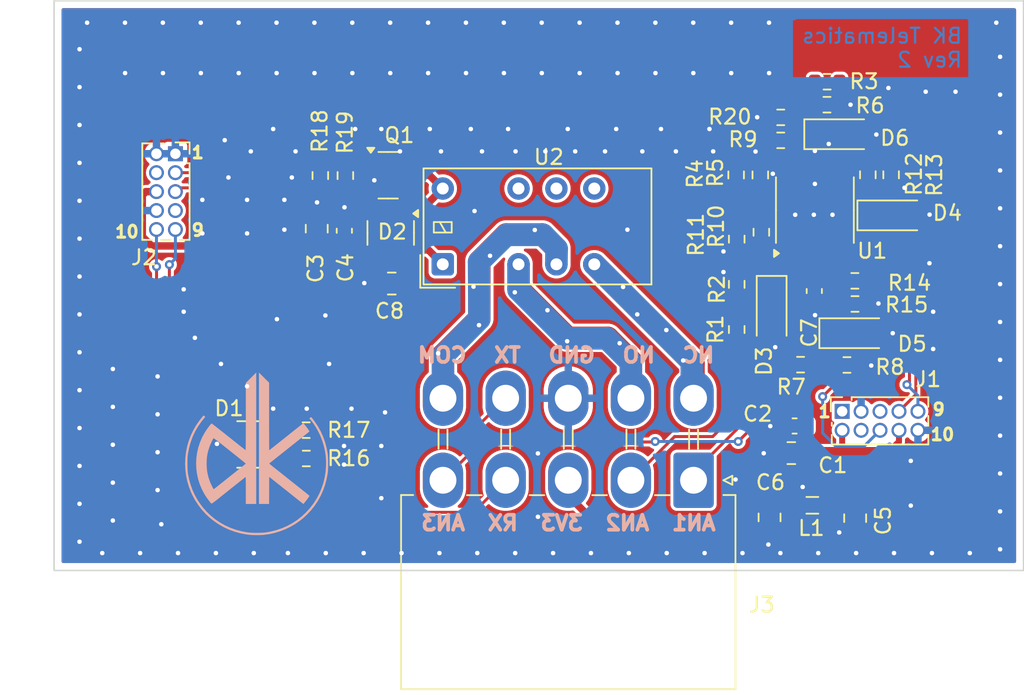
<source format=kicad_pcb>
(kicad_pcb (version 20240706) (generator "pcbnew") (generator_version "8.99")
  (layers (0 "F.Cu" signal) (31 "B.Cu" signal) (34 "B.Paste" user) (35 "F.Paste" user) (36 "B.SilkS" user "B.Silkscreen") (37 "F.SilkS" user "F.Silkscreen") (38 "B.Mask" user) (39 "F.Mask" user) (44 "Edge.Cuts" user))
  (net 0 "")
  (net 1 "GND")
  (net 2 "VSYS")
  (net 3 "+3.3V")
  (net 4 "+3.3V_OUT")
  (net 5 "/PB3{slash}UTXD1")
  (net 6 "/PB2{slash}URXD1")
  (net 7 "Net-(D2-A)")
  (net 8 "Net-(D3-K)")
  (net 9 "Net-(D4-K)")
  (net 10 "Net-(D5-K)")
  (net 11 "Net-(D6-K)")
  (net 13 "/AD3{slash}PA20")
  (net 14 "/AD1{slash}PA18")
  (net 15 "/AD2{slash}PA19")
  (net 16 "/ERASE")
  (net 18 "/AD0{slash}PA17")
  (net 19 "/PA15")
  (net 20 "/PA16")
  (net 21 "EXT_PWR")
  (net 22 "/NC2")
  (net 23 "/ANALOG2")
  (net 24 "/NO2")
  (net 25 "/COM2")
  (net 26 "/ANALOG3")
  (net 27 "/ANALOG1")
  (net 28 "/RX")
  (net 29 "/TX")
  (net 30 "Net-(Q1-B)")
  (net 31 "Net-(U1D--)")
  (net 32 "Net-(U1A--)")
  (net 33 "Net-(U1C--)")
  (net 34 "Net-(U1B--)")
  (net 35 "/NC1")
  (net 36 "/COM1")
  (net 37 "/NO1")
  (net 38 "/ANALOG4")
  (footprint "Capacitor_SMD:C_0805_2012Metric" (layer "F.Cu") (at 143.99 115.98 180)
    (property "Reference" "C1")
    (property "Value" "4.7uF")
  )
  (footprint "Capacitor_SMD:C_0805_2012Metric" (layer "F.Cu") (at 112.17 100.93 90)
    (property "Reference" "C3")
    (property "Value" "4.7uF")
  )
  (footprint "Resistor_SMD:R_0603_1608Metric" (layer "F.Cu") (at 149.12 97.32 90)
    (property "Reference" "R12")
    (property "Value" "TBD")
  )
  (footprint "Diode_SMD:D_SOD-123" (layer "F.Cu") (at 150.78 100.04)
    (property "Reference" "D4")
    (property "Value" "MMSZ4685T1G")
  )
  (footprint "Package_TO_SOT_SMD:SOT-23-3" (layer "F.Cu") (at 117.13 101.2175 -90)
    (property "Reference" "D2")
    (property "Value" "D_Schottky_Small")
  )
  (footprint "Resistor_SMD:R_0603_1608Metric" (layer "F.Cu") (at 140.33 107.695 90)
    (property "Reference" "R1")
    (property "Value" "TBD")
  )
  (footprint "Package_SO:TSSOP-14_4.4x5mm_P0.65mm" (layer "F.Cu") (at 145.57 99.6875 90)
    (property "Reference" "U1")
    (property "Value" "LMV324")
  )
  (footprint "Inductor_SMD:L_0805_2012Metric" (layer "F.Cu") (at 145.4 119.48 180)
    (property "Reference" "L1")
    (property "Value" "10u")
  )
  (footprint "Resistor_SMD:R_0603_1608Metric" (layer "F.Cu") (at 140.29 97.33 -90)
    (property "Reference" "R4")
    (property "Value" "TBD")
  )
  (footprint "Resistor_SMD:R_0603_1608Metric" (layer "F.Cu") (at 114.09 97.37 90)
    (property "Reference" "R19")
    (property "Value" "10K")
  )
  (footprint "Resistor_SMD:R_0603_1608Metric" (layer "F.Cu") (at 143.28 93.47 180)
    (property "Reference" "R20")
    (property "Value" "10K")
  )
  (footprint "Diode_SMD:D_SOD-123" (layer "F.Cu") (at 142.67 106.46 -90)
    (property "Reference" "D3")
    (property "Value" "MMSZ4685T1G")
  )
  (footprint "Resistor_SMD:R_0603_1608Metric" (layer "F.Cu") (at 140.33 104.665 90)
    (property "Reference" "R2")
    (property "Value" "TBD")
  )
  (footprint "Resistor_SMD:R_0603_1608Metric" (layer "F.Cu") (at 146.38 92.62)
    (property "Reference" "R6")
    (property "Value" "10K")
  )
  (footprint "Resistor_SMD:R_0603_1608Metric" (layer "F.Cu") (at 140.33 101.635 -90)
    (property "Reference" "R11")
    (property "Value" "TBD")
  )
  (footprint "Resistor_SMD:R_0603_1608Metric" (layer "F.Cu") (at 111.46 114.44)
    (property "Reference" "R17")
    (property "Value" "10R")
  )
  (footprint "Capacitor_SMD:C_0805_2012Metric" (layer "F.Cu") (at 142.53 120.29 -90)
    (property "Reference" "C6")
    (property "Value" "10u")
  )
  (footprint "Package_TO_SOT_SMD:SOT-23" (layer "F.Cu") (at 116.9575 97.35)
    (property "Reference" "Q1")
    (property "Value" "MMBT6427")
  )
  (footprint "Resistor_SMD:R_0603_1608Metric" (layer "F.Cu") (at 141.91 97.33 90)
    (property "Reference" "R5")
    (property "Value" "TBD")
  )
  (footprint "Resistor_SMD:R_0603_1608Metric" (layer "F.Cu") (at 112.41 97.37 -90)
    (property "Reference" "R18")
    (property "Value" "1K")
  )
  (footprint "Resistor_SMD:R_0603_1608Metric" (layer "F.Cu") (at 148.26 105.98)
    (property "Reference" "R15")
    (property "Value" "TBD")
  )
  (footprint "Resistor_SMD:R_0603_1608Metric" (layer "F.Cu") (at 150.68 97.32 -90)
    (property "Reference" "R13")
    (property "Value" "TBD")
  )
  (footprint "Resistor_SMD:R_0603_1608Metric" (layer "F.Cu") (at 143.28 95.01)
    (property "Reference" "R9")
    (property "Value" "10K")
  )
  (footprint "Capacitor_SMD:C_0603_1608Metric" (layer "F.Cu") (at 114.02 101.07 90)
    (property "Reference" "C4")
    (property "Value" "100nF")
  )
  (footprint "Capacitor_SMD:C_0805_2012Metric" (layer "F.Cu") (at 117.2 104.61 180)
    (property "Reference" "C8")
    (property "Value" "10uF")
  )
  (footprint "Capacitor_SMD:C_0603_1608Metric" (layer "F.Cu") (at 145.53 105.1125 -90)
    (property "Reference" "C7")
    (property "Value" "100nF")
  )
  (footprint "Resistor_SMD:R_0603_1608Metric" (layer "F.Cu") (at 147.72 110.07)
    (property "Reference" "R8")
    (property "Value" "TBD")
  )
  (footprint "Capacitor_SMD:C_0805_2012Metric" (layer "F.Cu") (at 148.27 120.34 -90)
    (property "Reference" "C5")
    (property "Value" "10u")
  )
  (footprint "Resistor_SMD:R_0603_1608Metric" (layer "F.Cu") (at 111.47 116.34)
    (property "Reference" "R16")
    (property "Value" "10R")
  )
  (footprint "Connector_PinSocket_1.27mm:PinSocket_2x05_P1.27mm_Vertical" (layer "F.Cu") (at 102.694 95.908)
    (property "Reference" "J2")
    (property "Value" "Header pin 2x5 1.27mm T.H.")
  )
  (footprint "Resistor_SMD:R_0603_1608Metric" (layer "F.Cu") (at 141.98 101.17 -90)
    (property "Reference" "R10")
    (property "Value" "TBD")
  )
  (footprint "Resistor_SMD:R_0603_1608Metric" (layer "F.Cu") (at 148.25 104.43 180)
    (property "Reference" "R14")
    (property "Value" "TBD")
  )
  (footprint "My Footprints:Relay_DPDT_Panasonic_TX2-4.5V" (layer "F.Cu") (at 120.62 103.32 90)
    (property "Reference" "U2")
    (property "Value" "PANASONIC_TX2-4.5V_RELAY")
  )
  (footprint "Resistor_SMD:R_0603_1608Metric" (layer "F.Cu") (at 146.39 91.08 180)
    (property "Reference" "R3")
    (property "Value" "10K")
  )
  (footprint "Connector_Molex:Molex_Mini-Fit_Jr_5569-10A2_2x05_P4.20mm_Horizontal" (layer "F.Cu") (at 137.435 117.8 180)
    (property "Reference" "J3")
    (property "Value" "Conn_02x05_Counter_Clockwise")
  )
  (footprint "Connector_PinSocket_1.27mm:PinSocket_2x05_P1.27mm_Vertical" (layer "F.Cu") (at 147.399 113.18 90)
    (property "Reference" "J1")
    (property "Value" "Header pin 2x5 1.27mm T.H.")
  )
  (footprint "Package_TO_SOT_SMD:SOT-23-3" (layer "F.Cu") (at 107.6375 115.4 180)
    (property "Reference" "D1")
    (property "Value" "ESDA5V3L")
  )
  (footprint "Capacitor_SMD:C_0603_1608Metric" (layer "F.Cu") (at 144.21 114.16 180)
    (property "Reference" "C2")
    (property "Value" "100nF")
  )
  (footprint "Resistor_SMD:R_0603_1608Metric" (layer "F.Cu") (at 144.61 110.05)
    (property "Reference" "R7")
    (property "Value" "TBD")
  )
  (footprint "Diode_SMD:D_SOD-123" (layer "F.Cu") (at 148.23 107.94)
    (property "Reference" "D5")
    (property "Value" "MMSZ4685T1G")
  )
  (footprint "Diode_SMD:D_SOD-123" (layer "F.Cu") (at 147.22 94.6)
    (property "Reference" "D6")
    (property "Value" "MMSZ4685T1G")
  )
  (footprint "My Footprints:bk_logo_10mm" (layer "B.Cu") (at 108.1125 116.05 180)
    (property "Reference" "G***" (hide yes))
    (property "Value" "LOGO" (hide yes))
  )
  (gr_rect (start 94.56 85.65) (end 159.56 123.85) (stroke (width 0.1)) (fill none) (layer "Edge.Cuts"))
  (gr_text "BK Telematics\nRev 2" (at 155.53 90.2 0) (layer "B.Cu") (effects (font (size 1 1)) (justify left bottom mirror)))
  (gr_text "COM\n" (at 122.34 110 0) (layer "B.SilkS") (effects (font (size 1 1) (thickness 0.25) (bold yes)) (justify left bottom mirror)))
  (gr_text "TX\n" (at 125.980596 110 0) (layer "B.SilkS") (effects (font (size 1 1) (thickness 0.25) (bold yes)) (justify left bottom mirror)))
  (gr_text "NO\n" (at 134.976072 110 0) (layer "B.SilkS") (effects (font (size 1 1) (thickness 0.25) (bold yes)) (justify left bottom mirror)))
  (gr_text "3V3" (at 130.14 121.25 0) (layer "B.SilkS") (effects (font (size 1 1) (thickness 0.25) (bold yes)) (justify left bottom mirror)))
  (gr_text "AN3" (at 122.24 121.25 0) (layer "B.SilkS") (effects (font (size 1 1) (thickness 0.25) (bold yes)) (justify left bottom mirror)))
  (gr_text "AN1\n" (at 139.04 121.25 0) (layer "B.SilkS") (effects (font (size 1 1) (thickness 0.25) (bold yes)) (justify left bottom mirror)))
  (gr_text "NC" (at 138.95 110 0) (layer "B.SilkS") (effects (font (size 1 1) (thickness 0.25) (bold yes)) (justify left bottom mirror)))
  (gr_text "RX" (at 125.785238 121.25 0) (layer "B.SilkS") (effects (font (size 1 1) (thickness 0.25) (bold yes)) (justify left bottom mirror)))
  (gr_text "GND" (at 130.954524 110 0) (layer "B.SilkS") (effects (font (size 1 1) (thickness 0.25) (bold yes)) (justify left bottom mirror)))
  (gr_text "AN2" (at 134.59 121.25 0) (layer "B.SilkS") (effects (font (size 1 1) (thickness 0.25) (bold yes)) (justify left bottom mirror)))
  (gr_text "1" (at 103.68 96.3 0) (layer "F.SilkS") (effects (font (size 0.8 0.8) (thickness 0.2) (bold yes)) (justify left bottom)))
  (gr_text "9\n" (at 153.36 113.52 0) (layer "F.SilkS") (effects (font (size 0.8 0.8) (thickness 0.2) (bold yes)) (justify left bottom)))
  (gr_text "10\n" (at 98.55 101.61 0) (layer "F.SilkS") (effects (font (size 0.8 0.8) (thickness 0.2) (bold yes)) (justify left bottom)))
  (gr_text "1\n" (at 145.71 113.66 0) (layer "F.SilkS") (effects (font (size 0.8 0.8) (thickness 0.2) (bold yes)) (justify left bottom)))
  (gr_text "9\n" (at 103.68 101.5 0) (layer "F.SilkS") (effects (font (size 0.8 0.8) (thickness 0.2) (bold yes)) (justify left bottom)))
  (gr_text "10\n" (at 153.23 115.2 0) (layer "F.SilkS") (effects (font (size 0.8 0.8) (thickness 0.2) (bold yes)) (justify left bottom)))
  (segment (start 116.25 104.61) (end 115.39 104.61) (width 0.5) (layer "F.Cu") (net 1))
  (segment (start 149.67 94.6) (end 148.87 94.6) (width 0.2) (layer "F.Cu") (net 1))
  (segment (start 139.4 102.46) (end 140.33 102.46) (width 0.2) (layer "F.Cu") (net 1))
  (segment (start 150.79 107.94) (end 149.88 107.94) (width 0.2) (layer "F.Cu") (net 1))
  (segment (start 142.26132 93.25632) (end 142.475 93.47) (width 0.2) (layer "F.Cu") (net 1))
  (segment (start 149.69 94.62) (end 149.67 94.6) (width 0.2) (layer "F.Cu") (net 1))
  (segment (start 112.19 99.17) (end 112.19 99.96) (width 0.5) (layer "F.Cu") (net 1))
  (segment (start 153.26 99.99) (end 152.48 99.99) (width 0.2) (layer "F.Cu") (net 1))
  (segment (start 142.445 93.46) (end 142.455 93.47) (width 0.2) (layer "F.Cu") (net 1))
  (segment (start 115.39 104.61) (end 115.36 104.58) (width 0.4) (layer "F.Cu") (net 1))
  (segment (start 151.58 98.19) (end 150.725 98.19) (width 0.2) (layer "F.Cu") (net 1))
  (segment (start 145.58 106.08375) (end 145.58 106.73) (width 0.4) (layer "F.Cu") (net 1))
  (segment (start 149.83 105.95) (end 149.275 105.95) (width 0.2) (layer "F.Cu") (net 1))
  (segment (start 141.7 93.46) (end 142.445 93.46) (width 0.2) (layer "F.Cu") (net 1))
  (segment (start 139.44 103.84) (end 140.33 103.84) (width 0.2) (layer "F.Cu") (net 1))
  (segment (start 150.725 98.19) (end 150.68 98.145) (width 0.2) (layer "F.Cu") (net 1))
  (segment (start 148.87 94.41) (end 148.87 94.6) (width 0.2) (layer "F.Cu") (net 1))
  (segment (start 116.03 98.29) (end 116.02 98.3) (width 0.5) (layer "F.Cu") (net 1))
  (segment (start 106.46 115.36) (end 106.5 115.4) (width 0.2) (layer "F.Cu") (net 1))
  (segment (start 152.48 99.99) (end 152.43 100.04) (width 0.2) (layer "F.Cu") (net 1))
  (segment (start 112.19 99.96) (end 112.17 99.98) (width 0.5) (layer "F.Cu") (net 1))
  (segment (start 145.57 97.93) (end 145.57 96.825) (width 0.4) (layer "F.Cu") (net 1))
  (segment (start 114.03 100.285) (end 114.02 100.295) (width 0.5) (layer "F.Cu") (net 1))
  (segment (start 114.03 99.5) (end 114.03 100.285) (width 0.5) (layer "F.Cu") (net 1))
  (segment (start 149.275 105.95) (end 149.265 105.96) (width 0.2) (layer "F.Cu") (net 1))
  (segment (start 116.03 97.69) (end 116.03 98.29) (width 0.5) (layer "F.Cu") (net 1))
  (segment (start 141.59 95.76) (end 141.59 96.185) (width 0.2) (layer "F.Cu") (net 1))
  (segment (start 147.96 92.62) (end 147.205 92.62) (width 0.2) (layer "F.Cu") (net 1))
  (segment (start 141.59 96.185) (end 141.91 96.505) (width 0.2) (layer "F.Cu") (net 1))
  (segment (start 105.48 115.36) (end 106.46 115.36) (width 0.2) (layer "F.Cu") (net 1))
  (segment (start 145.57 95.72) (end 145.57 96.825) (width 0.4) (layer "F.Cu") (net 1))
  (via (at 134.874 87.122) (size 0.6) (drill 0.3) (layers "F.Cu" "B.Cu") (net 1))
  (via (at 129 94.25) (size 0.6) (drill 0.3) (layers "F.Cu" "B.Cu") (net 1))
  (via (at 146.75 100) (size 0.6) (drill 0.3) (layers "F.Cu" "B.Cu") (net 1))
  (via (at 127.5 95.75) (size 0.6) (drill 0.3) (layers "F.Cu" "B.Cu") (net 1))
  (via (at 115.36 104.58) (size 0.6) (drill 0.3) (layers "F.Cu" "B.Cu") (net 1))
  (via (at 112.75 106.75) (size 0.6) (drill 0.3) (layers "F.Cu" "B.Cu") (net 1))
  (via (at 133.096 122.682) (size 0.6) (drill 0.3) (layers "F.Cu" "B.Cu") (net 1))
  (via (at 153.416 122.682) (size 0.6) (drill 0.3) (layers "F.Cu" "B.Cu") (net 1))
  (via (at 152 119.5) (size 0.6) (drill 0.3) (layers "F.Cu" "B.Cu") (net 1))
  (via (at 139.954 87.122) (size 0.6) (drill 0.3) (layers "F.Cu" "B.Cu") (net 1))
  (via (at 112.776 122.682) (size 0.6) (drill 0.3) (layers "F.Cu" "B.Cu") (net 1))
  (via (at 106.94 90.5) (size 0.6) (drill 0.3) (layers "F.Cu" "B.Cu") (net 1))
  (via (at 147.96 92.62) (size 0.6) (drill 0.3) (layers "F.Cu" "B.Cu") (net 1))
  (via (at 157.988 89.408) (size 0.6) (drill 0.3) (layers "F.Cu" "B.Cu") (net 1))
  (via (at 155.956 122.682) (size 0.6) (drill 0.3) (layers "F.Cu" "B.Cu") (net 1))
  (via (at 117.856 122.682) (size 0.6) (drill 0.3) (layers "F.Cu" "B.Cu") (net 1))
  (via (at 119.64 90.5) (size 0.6) (drill 0.3) (layers "F.Cu" "B.Cu") (net 1))
  (via (at 149.69 94.62) (size 0.6) (drill 0.3) (layers "F.Cu" "B.Cu") (net 1))
  (via (at 105.75 110) (size 0.6) (drill 0.3) (layers "F.Cu" "B.Cu") (net 1))
  (via (at 150.5 91.5) (size 0.6) (drill 0.3) (layers "F.Cu" "B.Cu") (net 1))
  (via (at 145.57 97.93) (size 0.6) (drill 0.3) (layers "F.Cu" "B.Cu") (net 1))
  (via (at 101.86 90.5) (size 0.6) (drill 0.3) (layers "F.Cu" "B.Cu") (net 1))
  (via (at 114.554 87.122) (size 0.6) (drill 0.3) (layers "F.Cu" "B.Cu") (net 1))
  (via (at 144.75 118.25) (size 0.6) (drill 0.3) (layers "F.Cu" "B.Cu") (net 1))
  (via (at 112.02 90.5) (size 0.6) (drill 0.3) (layers "F.Cu" "B.Cu") (net 1))
  (via (at 125.5 95.75) (size 0.6) (drill 0.3) (layers "F.Cu" "B.Cu") (net 1))
  (via (at 149.83 105.95) (size 0.6) (drill 0.3) (layers "F.Cu" "B.Cu") (net 1))
  (via (at 96.266 119.38) (size 0.6) (drill 0.3) (layers "F.Cu" "B.Cu") (net 1))
  (via (at 119.634 87.122) (size 0.6) (drill 0.3) (layers "F.Cu" "B.Cu") (net 1))
  (via (at 124.72 90.5) (size 0.6) (drill 0.3) (layers "F.Cu" "B.Cu") (net 1))
  (via (at 153.5 106.5) (size 0.6) (drill 0.3) (layers "F.Cu" "B.Cu") (net 1))
  (via (at 145.796 122.682) (size 0.6) (drill 0.3) (layers "F.Cu" "B.Cu") (net 1))
  (via (at 96.266 116.84) (size 0.6) (drill 0.3) (layers "F.Cu" "B.Cu") (net 1))
  (via (at 98.5 115.42) (size 0.6) (drill 0.3) (layers "F.Cu" "B.Cu") (net 1))
  (via (at 110 99) (size 0.6) (drill 0.3) (layers "F.Cu" "B.Cu") (net 1))
  (via (at 122.936 122.682) (size 0.6) (drill 0.3) (layers "F.Cu" "B.Cu") (net 1))
  (via (at 142.58 114.17) (size 0.6) (drill 0.3) (layers "F.Cu" "B.Cu") (net 1))
  (via (at 142.14 115.99) (size 0.6) (drill 0.3) (layers "F.Cu" "B.Cu") (net 1))
  (via (at 139.96 90.5) (size 0.6) (drill 0.3) (layers "F.Cu" "B.Cu") (net 1))
  (via (at 152 116.5) (size 0.6) (drill 0.3) (layers "F.Cu" "B.Cu") (net 1))
  (via (at 109.25 94.25) (size 0.6) (drill 0.3) (layers "F.Cu" "B.Cu") (net 1))
  (via (at 96.266 109.22) (size 0.6) (drill 0.3) (layers "F.Cu" "B.Cu") (net 1))
  (via (at 101.75 120.75) (size 0.6) (drill 0.3) (layers "F.Cu" "B.Cu") (net 1))
  (via (at 114 116.75) (size 0.6) (drill 0.3) (layers "F.Cu" "B.Cu") (net 1))
  (via (at 116.5 94.25) (size 0.6) (drill 0.3) (layers "F.Cu" "B.Cu") (net 1))
  (via (at 110.236 122.682) (size 0.6) (drill 0.3) (layers "F.Cu" "B.Cu") (net 1))
  (via (at 125.476 122.682) (size 0.6) (drill 0.3) (layers "F.Cu" "B.Cu") (net 1))
  (via (at 157.988 112.268) (size 0.6) (drill 0.3) (layers "F.Cu" "B.Cu") (net 1))
  (via (at 103.25 106.5) (size 0.6) (drill 0.3) (layers "F.Cu" "B.Cu") (net 1))
  (via (at 157.988 109.728) (size 0.6) (drill 0.3) (layers "F.Cu" "B.Cu") (net 1))
  (via (at 115.316 122.682) (size 0.6) (drill 0.3) (layers "F.Cu" "B.Cu") (net 1))
  (via (at 137.42 90.5) (size 0.6) (drill 0.3) (layers "F.Cu" "B.Cu") (net 1))
  (via (at 96.266 101.6) (size 0.6) (drill 0.3) (layers "F.Cu" "B.Cu") (net 1))
  (via (at 132.25 94.25) (size 0.6) (drill 0.3) (layers "F.Cu" "B.Cu") (net 1))
  (via (at 114.56 90.5) (size 0.6) (drill 0.3) (layers "F.Cu" "B.Cu") (net 1))
  (via (at 134 95.75) (size 0.6) (drill 0.3) (layers "F.Cu" "B.Cu") (net 1))
  (via (at 96.266 88.9) (size 0.6) (drill 0.3) (layers "F.Cu" "B.Cu") (net 1))
  (via (at 143.256 122.682) (size 0.6) (drill 0.3) (layers "F.Cu" "B.Cu") (net 1))
  (via (at 117.75 95.75) (size 0.6) (drill 0.3) (layers "F.Cu" "B.Cu") (net 1))
  (via (at 153.5 109) (size 0.6) (drill 0.3) (layers "F.Cu" "B.Cu") (net 1))
  (via (at 122.5 94.25) (size 0.6) (drill 0.3) (layers "F.Cu" "B.Cu") (net 1))
  (via (at 109.25 113) (size 0.6) (drill 0.3) (layers "F.Cu" "B.Cu") (net 1))
  (via (at 138.5 94.25) (size 0.6) (drill 0.3) (layers "F.Cu" "B.Cu") (net 1))
  (via (at 132.334 87.122) (size 0.6) (drill 0.3) (layers "F.Cu" "B.Cu") (net 1))
  (via (at 129.8 90.5) (size 0.6) (drill 0.3) (layers "F.Cu" "B.Cu") (net 1))
  (via (at 138.75 95.75) (size 0.6) (drill 0.3) (layers "F.Cu" "B.Cu") (net 1))
  (via (at 157.988 104.648) (size 0.6) (drill 0.3) (layers "F.Cu" "B.Cu") (net 1))
  (via (at 101.5 115.92) (size 0.6) (drill 0.3) (layers "F.Cu" "B.Cu") (net 1))
  (via (at 116.5 115.5) (size 0.6) (drill 0.3) (layers "F.Cu" "B.Cu") (net 1))
  (via (at 135.636 122.682) (size 0.6) (drill 0.3) (layers "F.Cu" "B.Cu") (net 1))
  (via (at 140.25 117.75) (size 0.6) (drill 0.3) (layers "F.Cu" "B.Cu") (net 1))
  (via (at 116.5 119) (size 0.6) (drill 0.3) (layers "F.Cu" "B.Cu") (net 1))
  (via (at 101.5 110.84) (size 0.6) (drill 0.3) (layers "F.Cu" "B.Cu") (net 1))
  (via (at 132.34 90.5) (size 0.6) (drill 0.3) (layers "F.Cu" "B.Cu") (net 1))
  (via (at 142.45 122.11) (size 0.6) (drill 0.3) (layers "F.Cu" "B.Cu") (net 1))
  (via (at 153.26 99.99) (size 0.6) (drill 0.3) (layers "F.Cu" "B.Cu") (net 1))
  (via (at 107.75 95.75) (size 0.6) (drill 0.3) (layers "F.Cu" "B.Cu") (net 1))
  (via (at 150.79 107.94) (size 0.6) (drill 0.3) (layers "F.Cu" "B.Cu") (net 1))
  (via (at 116.03 97.69) (size 0.6) (drill 0.3) (layers "F.Cu" "B.Cu") (net 1))
  (via (at 110 101) (size 0.6) (drill 0.3) (layers "F.Cu" "B.Cu") (net 1))
  (via (at 100.33 122.682) (size 0.6) (drill 0.3) (layers "F.Cu" "B.Cu") (net 1))
  (via (at 101.5 118.46) (size 0.6) (drill 0.3) (layers "F.Cu" "B.Cu") (net 1))
  (via (at 114.5 113) (size 0.6) (drill 0.3) (layers "F.Cu" "B.Cu") (net 1))
  (via (at 157.988 122.428) (size 0.6) (drill 0.3) (layers "F.Cu" "B.Cu") (net 1))
  (via (at 130.556 122.682) (size 0.6) (drill 0.3) (layers "F.Cu" "B.Cu") (net 1))
  (via (at 142.494 87.122) (size 0.6) (drill 0.3) (layers "F.Cu" "B.Cu") (net 1))
  (via (at 131.5 95.75) (size 0.6) (drill 0.3) (layers "F.Cu" "B.Cu") (net 1))
  (via (at 125 94.25) (size 0.6) (drill 0.3) (layers "F.Cu" "B.Cu") (net 1))
  (via (at 129.794 87.122) (size 0.6) (drill 0.3) (layers "F.Cu" "B.Cu") (net 1))
  (via (at 99.314 87.122) (size 0.6) (drill 0.3) (layers "F.Cu" "B.Cu") (net 1))
  (via (at 117.1 90.5) (size 0.6) (drill 0.3) (layers "F.Cu" "B.Cu") (net 1))
  (via (at 96.266 121.92) (size 0.6) (drill 0.3) (layers "F.Cu" "B.Cu") (net 1))
  (via (at 111.5 113) (size 0.6) (drill 0.3) (layers "F.Cu" "B.Cu") (net 1))
  (via (at 96.266 96.52) (size 0.6) (drill 0.3) (layers "F.Cu" "B.Cu") (net 1))
  (via (at 112.19 99.17) (size 0.6) (drill 0.3) (layers "F.Cu" "B.Cu") (net 1))
  (via (at 96.266 114.3) (size 0.6) (drill 0.3) (layers "F.Cu" "B.Cu") (net 1))
  (via (at 133 101) (size 0.6) (drill 0.3) (layers "F.Cu" "B.Cu") (net 1))
  (via (at 129.5 95.75) (size 0.6) (drill 0.3) (layers "F.Cu" "B.Cu") (net 1))
  (via (at 127.254 87.122) (size 0.6) (drill 0.3) (layers "F.Cu" "B.Cu") (net 1))
  (via (at 157.988 97.028) (size 0.6) (drill 0.3) (layers "F.Cu" "B.Cu") (net 1))
  (via (at 97.79 122.682) (size 0.6) (drill 0.3) (layers "F.Cu" "B.Cu") (net 1))
  (via (at 110.75 95.75) (size 0.6) (drill 0.3) (layers "F.Cu" "B.Cu") (net 1))
  (via (at 114.03 99.5) (size 0.6) (drill 0.3) (layers "F.Cu" "B.Cu") (net 1))
  (via (at 122.75 99.75) (size 0.6) (drill 0.3) (layers "F.Cu" "B.Cu") (net 1))
  (via (at 120.5 95.75) (size 0.6) (drill 0.3) (layers "F.Cu" "B.Cu") (net 1))
  (via (at 157.734 87.122) (size 0.6) (drill 0.3) (layers "F.Cu" "B.Cu") (net 1))
  (via (at 147.2 121.3) (size 0.6) (drill 0.3) (layers "F.Cu" "B.Cu") (net 1))
  (via (at 144.25 100) (size 0.6) (drill 0.3) (layers "F.Cu" "B.Cu") (net 1))
  (via (at 120.396 122.682) (size 0.6) (drill 0.3) (layers "F.Cu" "B.Cu") (net 1))
  (via (at 114 115.5) (size 0.6) (drill 0.3) (layers "F.Cu" "B.Cu") (net 1))
  (via (at 109.474 87.122) (size 0.6) (drill 0.3) (layers "F.Cu" "B.Cu") (net 1))
  (via (at 157.988 94.488) (size 0.6) (drill 0.3) (layers "F.Cu" "B.Cu") (net 1))
  (via (at 153.25 103.25) (size 0.6) (drill 0.3) (layers "F.Cu" "B.Cu") (net 1))
  (via (at 145.5 100) (size 0.6) (drill 0.3) (layers "F.Cu" "B.Cu") (net 1))
  (via (at 155 91.75) (size 0.6) (drill 0.3) (layers "F.Cu" "B.Cu") (net 1))
  (via (at 107.5 111.5) (size 0.6) (drill 0.3) (layers "F.Cu" "B.Cu") (net 1))
  (via (at 96.266 93.98) (size 0.6) (drill 0.3) (layers "F.Cu" "B.Cu") (net 1))
  (via (at 110.5 97.5) (size 0.6) (drill 0.3) (layers "F.Cu" "B.Cu") (net 1))
  (via (at 157.988 119.888) (size 0.6) (drill 0.3) (layers "F.Cu" "B.Cu") (net 1))
  (via (at 148.336 122.682) (size 0.6) (drill 0.3) (layers "F.Cu" "B.Cu") (net 1))
  (via (at 109.5 107) (size 0.6) (drill 0.3) (layers "F.Cu" "B.Cu") (net 1))
  (via (at 119.75 94.25) (size 0.6) (drill 0.3) (layers "F.Cu" "B.Cu") (net 1))
  (via (at 139.44 102.46) (size 0.6) (drill 0.3) (layers "F.Cu" "B.Cu") (net 1))
  (via (at 138.176 122.682) (size 0.6) (drill 0.3) (layers "F.Cu" "B.Cu") (net 1))
  (via (at 135.25 94.25) (size 0.6) (drill 0.3) (layers "F.Cu" "B.Cu") (net 1))
  (via (at 157.988 99.568) (size 0.6) (drill 0.3) (layers "F.Cu" "B.Cu") (net 1))
  (via (at 142.5 90.5) (size 0.6) (drill 0.3) (layers "F.Cu" "B.Cu") (net 1))
  (via (at 136.25 95.75) (size 0.6) (drill 0.3) (layers "F.Cu" "B.Cu") (net 1))
  (via (at 142.75 97.25) (size 0.6) (drill 0.3) (layers "F.Cu" "B.Cu") (net 1))
  (via (at 116.75 113.25) (size 0.6) (drill 0.3) (layers "F.Cu" "B.Cu") (net 1))
  (via (at 102.87 122.682) (size 0.6) (drill 0.3) (layers "F.Cu" "B.Cu") (net 1))
  (via (at 140.716 122.682) (size 0.6) (drill 0.3) (layers "F.Cu" "B.Cu") (net 1))
  (via (at 103.25 105) (size 0.6) (drill 0.3) (layers "F.Cu" "B.Cu") (net 1))
  (via (at 101.854 87.122) (size 0.6) (drill 0.3) (layers "F.Cu" "B.Cu") (net 1))
  (via (at 157.988 91.948) (size 0.6) (drill 0.3) (layers "F.Cu" "B.Cu") (net 1))
  (via (at 104.4 90.5) (size 0.6) (drill 0.3) (layers "F.Cu" "B.Cu") (net 1))
  (via (at 96.266 104.14) (size 0.6) (drill 0.3) (layers "F.Cu" "B.Cu") (net 1))
  (via (at 127.26 90.5) (size 0.6) (drill 0.3) (layers "F.Cu" "B.Cu") (net 1))
  (via (at 107.5 101.25) (size 0.6) (drill 0.3) (layers "F.Cu" "B.Cu") (net 1))
  (via (at 150.876 122.682) (size 0.6) (drill 0.3) (layers "F.Cu" "B.Cu") (net 1))
  (via (at 96.266 111.76) (size 0.6) (drill 0.3) (layers "F.Cu" "B.Cu") (net 1))
  (via (at 96.266 106.68) (size 0.6) (drill 0.3) (layers "F.Cu" "B.Cu") (net 1))
  (via (at 145.58 106.73) (size 0.6) (drill 0.3) (layers "F.Cu" "B.Cu") (net 1))
  (via (at 106.25 97.5) (size 0.6) (drill 0.3) (layers "F.Cu" "B.Cu") (net 1))
  (via (at 98.5 110.34) (size 0.6) (drill 0.3) (layers "F.Cu" "B.Cu") (net 1))
  (via (at 96.266 91.44) (size 0.6) (drill 0.3) (layers "F.Cu" "B.Cu") (net 1))
  (via (at 157.988 114.808) (size 0.6) (drill 0.3) (layers "F.Cu" "B.Cu") (net 1))
  (via (at 141.59 95.76) (size 0.6) (drill 0.3) (layers "F.Cu" "B.Cu") (net 1))
  (via (at 141.7 93.46) (size 0.6) (drill 0.3) (layers "F.Cu" "B.Cu") (net 1))
  (via (at 123.25 95.75) (size 0.6) (drill 0.3) (layers "F.Cu" "B.Cu") (net 1))
  (via (at 149.35 110.11) (size 0.6) (drill 0.3) (layers "F.Cu" "B.Cu") (net 1))
  (via (at 99.32 90.5) (size 0.6) (drill 0.3) (layers "F.Cu" "B.Cu") (net 1))
  (via (at 139.44 103.84) (size 0.6) (drill 0.3) (layers "F.Cu" "B.Cu") (net 1))
  (via (at 96.266 99.06) (size 0.6) (drill 0.3) (layers "F.Cu" "B.Cu") (net 1))
  (via (at 107.5 99) (size 0.6) (drill 0.3) (layers "F.Cu" "B.Cu") (net 1))
  (via (at 105.48 115.36) (size 0.6) (drill 0.3) (layers "F.Cu" "B.Cu") (net 1))
  (via (at 104.5 99) (size 0.6) (drill 0.3) (layers "F.Cu" "B.Cu") (net 1))
  (via (at 104.5 101.25) (size 0.6) (drill 0.3) (layers "F.Cu" "B.Cu") (net 1))
  (via (at 112.014 87.122) (size 0.6) (drill 0.3) (layers "F.Cu" "B.Cu") (net 1))
  (via (at 106 95) (size 0.6) (drill 0.3) (layers "F.Cu" "B.Cu") (net 1))
  (via (at 151.58 98.19) (size 0.6) (drill 0.3) (layers "F.Cu" "B.Cu") (net 1))
  (via (at 128.016 122.682) (size 0.6) (drill 0.3) (layers "F.Cu" "B.Cu") (net 1))
  (via (at 114.75 94.25) (size 0.6) (drill 0.3) (layers "F.Cu" "B.Cu") (net 1))
  (via (at 117.094 87.122) (size 0.6) (drill 0.3) (layers "F.Cu" "B.Cu") (net 1))
  (via (at 98.5 120.5) (size 0.6) (drill 0.3) (layers "F.Cu" "B.Cu") (net 1))
  (via (at 157.988 117.348) (size 0.6) (drill 0.3) (layers "F.Cu" "B.Cu") (net 1))
  (via (at 153 91.75) (size 0.6) (drill 0.3) (layers "F.Cu" "B.Cu") (net 1))
  (via (at 104 108.25) (size 0.6) (drill 0.3) (layers "F.Cu" "B.Cu") (net 1))
  (via (at 107.95 122.682) (size 0.6) (drill 0.3) (layers "F.Cu" "B.Cu") (net 1))
  (via (at 127 116) (size 0.6) (drill 0.3) (layers "F.Cu" "B.Cu") (net 1))
  (via (at 109.48 90.5) (size 0.6) (drill 0.3) (layers "F.Cu" "B.Cu") (net 1))
  (via (at 106.934 87.122) (size 0.6) (drill 0.3) (layers "F.Cu" "B.Cu") (net 1))
  (via (at 134.88 90.5) (size 0.6) (drill 0.3) (layers "F.Cu" "B.Cu") (net 1))
  (via (at 104.394 87.122) (size 0.6) (drill 0.3) (layers "F.Cu" "B.Cu") (net 1))
  (via (at 98.5 112.88) (size 0.6) (drill 0.3) (layers "F.Cu" "B.Cu") (net 1))
  (via (at 96.774 87.122) (size 0.6) (drill 0.3) (layers "F.Cu" "B.Cu") (net 1))
  (via (at 105.41 122.682) (size 0.6) (drill 0.3) (layers "F.Cu" "B.Cu") (net 1))
  (via (at 127 120.25) (size 0.6) (drill 0.3) (layers "F.Cu" "B.Cu") (net 1))
  (via (at 157.988 102.108) (size 0.6) (drill 0.3) (layers "F.Cu" "B.Cu") (net 1))
  (via (at 122.174 87.122) (size 0.6) (drill 0.3) (layers "F.Cu" "B.Cu") (net 1))
  (via (at 124.714 87.122) (size 0.6) (drill 0.3) (layers "F.Cu" "B.Cu") (net 1))
  (via (at 137.414 87.122) (size 0.6) (drill 0.3) (layers "F.Cu" "B.Cu") (net 1))
  (via (at 145.57 95.72) (size 0.6) (drill 0.3) (layers "F.Cu" "B.Cu") (net 1))
  (via (at 98.5 117.96) (size 0.6) (drill 0.3) (layers "F.Cu" "B.Cu") (net 1))
  (via (at 157.988 107.188) (size 0.6) (drill 0.3) (layers "F.Cu" "B.Cu") (net 1))
  (via (at 101.5 113.38) (size 0.6) (drill 0.3) (layers "F.Cu" "B.Cu") (net 1))
  (via (at 113 110) (size 0.6) (drill 0.3) (layers "F.Cu" "B.Cu") (net 1))
  (via (at 146.5 95.25) (size 0.6) (drill 0.3) (layers "F.Cu" "B.Cu") (net 1))
  (via (at 142.91 108.88) (size 0.6) (drill 0.3) (layers "F.Cu" "B.Cu") (net 1))
  (via (at 122.18 90.5) (size 0.6) (drill 0.3) (layers "F.Cu" "B.Cu") (net 1))
  (segment (start 114.02 101.845) (end 115.595 101.845) (width 0.5) (layer "F.Cu") (net 2))
  (segment (start 100.474 98.690894) (end 100.474 101.464) (width 0.5) (layer "F.Cu") (net 2))
  (segment (start 115.595 101.845) (end 116.105 102.355) (width 0.5) (layer "F.Cu") (net 2))
  (segment (start 117.13 102.355) (end 118.13 102.355) (width 0.5) (layer "F.Cu") (net 2))
  (segment (start 112.17 101.88) (end 113.985 101.88) (width 0.5) (layer "F.Cu") (net 2))
  (segment (start 113.985 101.88) (end 114.02 101.845) (width 0.5) (layer "F.Cu") (net 2))
  (segment (start 119.655 102.355) (end 120.62 103.32) (width 0.5) (layer "F.Cu") (net 2))
  (segment (start 118.15 104.61) (end 118.15 102.375) (width 0.5) (layer "F.Cu") (net 2))
  (segment (start 100.716894 98.448) (end 100.474 98.690894) (width 0.5) (layer "F.Cu") (net 2))
  (segment (start 118.15 102.375) (end 118.13 102.355) (width 0.5) (layer "F.Cu") (net 2))
  (segment (start 116.105 102.355) (end 117.13 102.355) (width 0.5) (layer "F.Cu") (net 2))
  (segment (start 111.96 102.09) (end 112.3 101.75) (width 0.5) (layer "F.Cu") (net 2))
  (segment (start 100.474 101.464) (end 101.1 102.09) (width 0.5) (layer "F.Cu") (net 2))
  (segment (start 120.23 103.71) (end 120.62 103.32) (width 0.5) (layer "F.Cu") (net 2))
  (segment (start 101.424 98.448) (end 100.716894 98.448) (width 0.5) (layer "F.Cu") (net 2))
  (segment (start 101.1 102.09) (end 111.96 102.09) (width 0.5) (layer "F.Cu") (net 2))
  (segment (start 118.13 102.355) (end 119.655 102.355) (width 0.5) (layer "F.Cu") (net 2))
  (segment (start 144.585 112.3) (end 144.585 105.2825) (width 0.4) (layer "F.Cu") (net 3))
  (segment (start 144.585 105.2825) (end 145.53 104.3375) (width 0.4) (layer "F.Cu") (net 3))
  (segment (start 150.44 115.98) (end 151.209 115.211) (width 0.4) (layer "F.Cu") (net 3))
  (segment (start 148.27 119.39) (end 147.39 118.51) (width 0.4) (layer "F.Cu") (net 3))
  (segment (start 146.4625 119.48) (end 148.18 119.48) (width 0.4) (layer "F.Cu") (net 3))
  (segment (start 151.115 114.544) (end 151.209 114.45) (width 0.4) (layer "F.Cu") (net 3))
  (segment (start 151.209 114.45) (end 151.209 115.211) (width 0.4) (layer "F.Cu") (net 3))
  (segment (start 147.39 118.51) (end 147.39 115.98) (width 0.4) (layer "F.Cu") (net 3))
  (segment (start 144.94 112.655) (end 144.585 112.3) (width 0.4) (layer "F.Cu") (net 3))
  (segment (start 145.57 104.3375) (end 145.57 102.59) (width 0.4) (layer "F.Cu") (net 3))
  (segment (start 144.94 115.98) (end 147.39 115.98) (width 0.4) (layer "F.Cu") (net 3))
  (segment (start 151.209 115.211) (end 150.61 115.81) (width 0.4) (layer "F.Cu") (net 3))
  (segment (start 147.39 115.98) (end 150.44 115.98) (width 0.4) (layer "F.Cu") (net 3))
  (segment (start 147.399 114.45) (end 147.399 115.971) (width 0.4) (layer "F.Cu") (net 3))
  (segment (start 144.94 115.98) (end 144.94 112.655) (width 0.4) (layer "F.Cu") (net 3))
  (segment (start 145.3775 104.49) (end 145.53 104.3375) (width 0.2) (layer "F.Cu") (net 3))
  (segment (start 148.18 119.48) (end 148.27 119.39) (width 0.4) (layer "F.Cu") (net 3))
  (segment (start 147.399 115.971) (end 147.39 115.98) (width 0.4) (layer "F.Cu") (net 3))
  (segment (start 144.685 105.1825) (end 145.53 104.3375) (width 0.4) (layer "F.Cu") (net 3))
  (segment (start 129.035 118.835) (end 129.035 117.8) (width 0.5) (layer "F.Cu") (net 4))
  (segment (start 142.53 119.34) (end 140.92 119.34) (width 0.5) (layer "F.Cu") (net 4))
  (segment (start 144.1975 119.34) (end 144.3375 119.48) (width 0.4) (layer "F.Cu") (net 4))
  (segment (start 130.8 120.6) (end 129.035 118.835) (width 0.5) (layer "F.Cu") (net 4))
  (segment (start 140.92 119.34) (end 139.66 120.6) (width 0.5) (layer "F.Cu") (net 4))
  (segment (start 142.53 119.34) (end 144.1975 119.34) (width 0.5) (layer "F.Cu") (net 4))
  (segment (start 139.66 120.6) (end 130.8 120.6) (width 0.5) (layer "F.Cu") (net 4))
  (segment (start 108.775 114.45) (end 110.625 114.45) (width 0.2) (layer "F.Cu") (net 5))
  (segment (start 102.29 107.965) (end 108.775 114.45) (width 0.2) (layer "F.Cu") (net 5))
  (segment (start 108.825 114.5) (end 108.775 114.45) (width 0.2) (layer "F.Cu") (net 5))
  (segment (start 110.625 114.45) (end 110.635 114.44) (width 0.2) (layer "F.Cu") (net 5))
  (segment (start 102.29 103.34) (end 102.29 107.965) (width 0.2) (layer "F.Cu") (net 5))
  (via (at 102.29 103.34) (size 0.6) (drill 0.3) (layers "F.Cu" "B.Cu") (net 5))
  (segment (start 102.694 100.988) (end 102.694 102.936) (width 0.2) (layer "B.Cu") (net 5))
  (segment (start 102.694 102.936) (end 102.29 103.34) (width 0.2) (layer "B.Cu") (net 5))
  (segment (start 108.775 116.35) (end 110.635 116.35) (width 0.2) (layer "F.Cu") (net 6))
  (segment (start 110.635 116.35) (end 110.645 116.34) (width 0.2) (layer "F.Cu") (net 6))
  (segment (start 108.775 116.35) (end 108.775 115.925) (width 0.2) (layer "F.Cu") (net 6))
  (segment (start 101.43 108.58) (end 101.43 103.47) (width 0.2) (layer "F.Cu") (net 6))
  (segment (start 108.775 115.925) (end 101.43 108.58) (width 0.2) (layer "F.Cu") (net 6))
  (via (at 101.43 103.47) (size 0.6) (drill 0.3) (layers "F.Cu" "B.Cu") (net 6))
  (segment (start 101.424 100.988) (end 101.424 103.464) (width 0.2) (layer "B.Cu") (net 6))
  (segment (start 101.424 103.464) (end 101.43 103.47) (width 0.2) (layer "B.Cu") (net 6))
  (segment (start 118.78 100.08) (end 120.62 98.24) (width 0.5) (layer "F.Cu") (net 7))
  (segment (start 118.08 100.08) (end 118.78 100.08) (width 0.5) (layer "F.Cu") (net 7))
  (segment (start 117.895 97.35) (end 119.73 97.35) (width 0.5) (layer "F.Cu") (net 7))
  (segment (start 119.73 97.35) (end 120.62 98.24) (width 0.5) (layer "F.Cu") (net 7))
  (segment (start 141.99 105.49) (end 142.67 104.81) (width 0.2) (layer "F.Cu") (net 8))
  (segment (start 144.92 102.55) (end 144.92 103.49) (width 0.2) (layer "F.Cu") (net 8))
  (segment (start 144.92 103.287499) (end 144.92 102.55) (width 0.2) (layer "F.Cu") (net 8))
  (segment (start 142.7075 104.475) (end 142.73 104.4525) (width 0.2) (layer "F.Cu") (net 8))
  (segment (start 143.6 104.81) (end 142.67 104.81) (width 0.2) (layer "F.Cu") (net 8))
  (segment (start 140.33 106.87) (end 140.33 105.49) (width 0.2) (layer "F.Cu") (net 8))
  (segment (start 140.33 105.49) (end 141.99 105.49) (width 0.2) (layer "F.Cu") (net 8))
  (segment (start 144.92 103.49) (end 143.6 104.81) (width 0.2) (layer "F.Cu") (net 8))
  (segment (start 146.22 96.825) (end 146.22 97.480956) (width 0.2) (layer "F.Cu") (net 9))
  (segment (start 147.519044 98.78) (end 146.22 98.78) (width 0.2) (layer "F.Cu") (net 9))
  (segment (start 146.22 96.825) (end 146.22 98.78) (width 0.2) (layer "F.Cu") (net 9))
  (segment (start 143.74 98.78) (end 146.22 98.78) (width 0.2) (layer "F.Cu") (net 9))
  (segment (start 143.115 98.155) (end 143.74 98.78) (width 0.2) (layer "F.Cu") (net 9))
  (segment (start 141.91 98.155) (end 143.115 98.155) (width 0.2) (layer "F.Cu") (net 9))
  (segment (start 147.519044 98.78) (end 147.87 98.78) (width 0.2) (layer "F.Cu") (net 9))
  (segment (start 147.87 98.78) (end 149.13 100.04) (width 0.2) (layer "F.Cu") (net 9))
  (segment (start 140.29 98.155) (end 141.91 98.155) (width 0.2) (layer "F.Cu") (net 9))
  (segment (start 146.57 107.95) (end 146.58 107.94) (width 0.2) (layer "F.Cu") (net 10))
  (segment (start 146.72 107.98) (end 146.49 107.75) (width 0.2) (layer "F.Cu") (net 10))
  (segment (start 146.895 110.07) (end 146.895 109.065) (width 0.2) (layer "F.Cu") (net 10))
  (segment (start 145.455 110.07) (end 145.435 110.05) (width 0.2) (layer "F.Cu") (net 10))
  (segment (start 146.895 109.065) (end 146.57 108.74) (width 0.2) (layer "F.Cu") (net 10))
  (segment (start 146.72 109.895) (end 146.895 110.07) (width 0.2) (layer "F.Cu") (net 10))
  (segment (start 146.22 103.287499) (end 146.22 102.55) (width 0.2) (layer "F.Cu") (net 10))
  (segment (start 146.49 107.75) (end 146.49 103.557499) (width 0.2) (layer "F.Cu") (net 10))
  (segment (start 146.895 110.07) (end 145.455 110.07) (width 0.2) (layer "F.Cu") (net 10))
  (segment (start 146.57 108.74) (end 146.57 107.95) (width 0.2) (layer "F.Cu") (net 10))
  (segment (start 146.49 103.557499) (end 146.22 103.287499) (width 0.2) (layer "F.Cu") (net 10))
  (segment (start 145.565 91.08) (end 145.565 92.61) (width 0.2) (layer "F.Cu") (net 11))
  (segment (start 144.92 95.25) (end 144.92 96.825) (width 0.2) (layer "F.Cu") (net 11))
  (segment (start 145.565 92.61) (end 145.555 92.62) (width 0.2) (layer "F.Cu") (net 11))
  (segment (start 145.57 92.635) (end 145.57 94.6) (width 0.2) (layer "F.Cu") (net 11))
  (segment (start 145.555 92.62) (end 145.57 92.635) (width 0.2) (layer "F.Cu") (net 11))
  (segment (start 145.57 94.6) (end 144.92 95.25) (width 0.2) (layer "F.Cu") (net 11))
  (segment (start 149.7 111.39) (end 151.39 109.7) (width 0.2) (layer "F.Cu") (net 13))
  (segment (start 151.39 106.02) (end 149.8 104.43) (width 0.2) (layer "F.Cu") (net 13))
  (segment (start 149.075 104.105) (end 149.075 104.43) (width 0.2) (layer "F.Cu") (net 13))
  (segment (start 147.52 102.55) (end 149.075 104.105) (width 0.2) (layer "F.Cu") (net 13))
  (segment (start 149.8 104.43) (end 149.075 104.43) (width 0.2) (layer "F.Cu") (net 13))
  (segment (start 146.89 111.39) (end 149.7 111.39) (width 0.2) (layer "F.Cu") (net 13))
  (segment (start 151.39 109.7) (end 151.39 106.02) (width 0.2) (layer "F.Cu") (net 13))
  (segment (start 146.09 112.19) (end 146.89 111.39) (width 0.2) (layer "F.Cu") (net 13))
  (via (at 146.09 112.19) (size 0.6) (drill 0.3) (layers "F.Cu" "B.Cu") (net 13))
  (segment (start 148.869 115.52) (end 149.939 114.45) (width 0.2) (layer "B.Cu") (net 13))
  (segment (start 146.98 115.52) (end 148.869 115.52) (width 0.2) (layer "B.Cu") (net 13))
  (segment (start 146.09 112.19) (end 146.09 114.63) (width 0.2) (layer "B.Cu") (net 13))
  (segment (start 146.09 114.63) (end 146.98 115.52) (width 0.2) (layer "B.Cu") (net 13))
  (segment (start 151.91 111.22) (end 151.91 103.6) (width 0.2) (layer "F.Cu") (net 14))
  (segment (start 151.74 111.39) (end 151.91 111.22) (width 0.2) (layer "F.Cu") (net 14))
  (segment (start 143.62 101.31) (end 143.61 101.3) (width 0.2) (layer "F.Cu") (net 14))
  (segment (start 143.025 100.345) (end 143.62 100.94) (width 0.2) (layer "F.Cu") (net 14))
  (segment (start 141.98 100.345) (end 143.025 100.345) (width 0.2) (layer "F.Cu") (net 14))
  (segment (start 144.132501 101.3) (end 149.61 101.3) (width 0.2) (layer "F.Cu") (net 14))
  (segment (start 141.98 100.66) (end 141.98 100.345) (width 0.2) (layer "F.Cu") (net 14))
  (segment (start 143.62 102.55) (end 143.62 101.44) (width 0.2) (layer "F.Cu") (net 14))
  (segment (start 149.61 101.3) (end 151.61 103.3) (width 0.2) (layer "F.Cu") (net 14))
  (segment (start 143.62 100.94) (end 143.62 101.44) (width 0.2) (layer "F.Cu") (net 14))
  (segment (start 143.62 101.44) (end 143.62 101.31) (width 0.2) (layer "F.Cu") (net 14))
  (segment (start 151.91 103.6) (end 150.87 102.56) (width 0.2) (layer "F.Cu") (net 14))
  (segment (start 144.132501 101.3) (end 143.61 101.3) (width 0.2) (layer "F.Cu") (net 14))
  (via (at 151.74 111.39) (size 0.6) (drill 0.3) (layers "F.Cu" "B.Cu") (net 14))
  (segment (start 151.74 111.39) (end 152.479 112.129) (width 0.2) (layer "B.Cu") (net 14))
  (segment (start 152.479 112.129) (end 152.479 113.18) (width 0.2) (layer "B.Cu") (net 14))
  (segment (start 149.12 98.145) (end 147.815 98.145) (width 0.2) (layer "F.Cu") (net 15))
  (segment (start 147.52 97.85) (end 147.52 96.825) (width 0.2) (layer "F.Cu") (net 15))
  (segment (start 152.34 103.464314) (end 152.34 112.049) (width 0.2) (layer "F.Cu") (net 15))
  (segment (start 150.35 101.474314) (end 152.34 103.464314) (width 0.2) (layer "F.Cu") (net 15))
  (segment (start 147.815 98.145) (end 147.52 97.85) (width 0.2) (layer "F.Cu") (net 15))
  (segment (start 149.12 98.145) (end 150.35 99.375) (width 0.2) (layer "F.Cu") (net 15))
  (segment (start 150.35 99.375) (end 150.35 101.474314) (width 0.2) (layer "F.Cu") (net 15))
  (segment (start 152.34 112.049) (end 151.209 113.18) (width 0.2) (layer "F.Cu") (net 15))
  (segment (start 142.455 95.01) (end 107.37 95.01) (width 0.2) (layer "F.Cu") (net 18))
  (segment (start 107.37 95.01) (end 105.202 97.178) (width 0.2) (layer "F.Cu") (net 18))
  (segment (start 143.62 96.175) (end 142.455 95.01) (width 0.2) (layer "F.Cu") (net 18))
  (segment (start 143.62 96.825) (end 143.62 96.175) (width 0.2) (layer "F.Cu") (net 18))
  (segment (start 105.202 97.178) (end 102.694 97.178) (width 0.2) (layer "F.Cu") (net 18))
  (segment (start 102.947 98.195) (end 102.694 98.448) (width 0.2) (layer "F.Cu") (net 20))
  (segment (start 112.41 98.195) (end 102.947 98.195) (width 0.2) (layer "F.Cu") (net 20))
  (segment (start 137.435 112.3) (end 137.435 109.975) (width 1.5) (layer "F.Cu") (net 22))
  (segment (start 130.78 103.32) (end 137.435 109.975) (width 1.5) (layer "F.Cu") (net 22))
  (segment (start 137.435 112.3) (end 137.04 111.905) (width 1.8) (layer "F.Cu") (net 22))
  (via (at 136.74 109.77) (size 0.6) (drill 0.3) (layers "F.Cu" "B.Cu") (net 22))
  (via (at 133.66 106.68) (size 0.6) (drill 0.3) (layers "F.Cu" "B.Cu") (net 22))
  (via (at 135.61 107.73) (size 0.6) (drill 0.3) (layers "F.Cu" "B.Cu") (net 22))
  (via (at 132.71 104.84) (size 0.6) (drill 0.3) (layers "F.Cu" "B.Cu") (net 22))
  (segment (start 137.31 112.175) (end 137.435 112.3) (width 1.5) (layer "B.Cu") (net 22))
  (segment (start 130.78 103.32) (end 137.31 109.85) (width 1.5) (layer "B.Cu") (net 22))
  (segment (start 137.31 109.85) (end 137.31 112.175) (width 1.5) (layer "B.Cu") (net 22))
  (segment (start 138.64 109.36) (end 139.83 110.55) (width 0.2) (layer "F.Cu") (net 23))
  (segment (start 139.83 110.55) (end 139.83 113.76) (width 0.2) (layer "F.Cu") (net 23))
  (segment (start 140.29 96.505) (end 138.64 98.155) (width 0.2) (layer "F.Cu") (net 23))
  (segment (start 138.64 98.155) (end 138.64 109.36) (width 0.2) (layer "F.Cu") (net 23))
  (segment (start 138.72 114.87) (end 136.165 114.87) (width 0.2) (layer "F.Cu") (net 23))
  (segment (start 139.83 113.76) (end 138.72 114.87) (width 0.2) (layer "F.Cu") (net 23))
  (segment (start 136.165 114.87) (end 133.235 117.8) (width 0.2) (layer "F.Cu") (net 23))
  (segment (start 129 108.25) (end 131.69 108.25) (width 1.5) (layer "F.Cu") (net 24))
  (segment (start 125.7 103.32) (end 125.7 104.95) (width 1.5) (layer "F.Cu") (net 24))
  (segment (start 131.69 108.25) (end 133.235 109.795) (width 1.5) (layer "F.Cu") (net 24))
  (segment (start 125.7 104.95) (end 129 108.25) (width 1.5) (layer "F.Cu") (net 24))
  (segment (start 133.235 109.795) (end 133.235 112.3) (width 1.5) (layer "F.Cu") (net 24))
  (via (at 125.45 105.2) (size 0.6) (drill 0.3) (layers "F.Cu" "B.Cu") (net 24))
  (via (at 127.64 106.4) (size 0.6) (drill 0.3) (layers "F.Cu" "B.Cu") (net 24))
  (via (at 132.48 108.61) (size 0.6) (drill 0.3) (layers "F.Cu" "B.Cu") (net 24))
  (via (at 128.96 108.48) (size 0.6) (drill 0.3) (layers "F.Cu" "B.Cu") (net 24))
  (segment (start 128.95 108.29) (end 131.62 108.29) (width 1.5) (layer "B.Cu") (net 24))
  (segment (start 125.7 103.32) (end 125.7 105.04) (width 1.5) (layer "B.Cu") (net 24))
  (segment (start 131.62 108.29) (end 133.235 109.905) (width 1.5) (layer "B.Cu") (net 24))
  (segment (start 133.235 109.905) (end 133.235 112.3) (width 1.5) (layer "B.Cu") (net 24))
  (segment (start 125.7 105.04) (end 128.95 108.29) (width 1.5) (layer "B.Cu") (net 24))
  (segment (start 120.635 109.385) (end 123.075 106.945) (width 1.5) (layer "F.Cu") (net 25))
  (segment (start 124.871573 101.32) (end 127.30066 101.32) (width 1.5) (layer "F.Cu") (net 25))
  (segment (start 120.635 112.3) (end 120.635 109.385) (width 1.5) (layer "F.Cu") (net 25))
  (segment (start 123.075 103.116573) (end 124.871573 101.32) (width 1.5) (layer "F.Cu") (net 25))
  (segment (start 123.075 106.945) (end 123.075 103.116573) (width 1.5) (layer "F.Cu") (net 25))
  (segment (start 128.24 102.25934) (end 128.24 103.32) (width 1.5) (layer "F.Cu") (net 25))
  (segment (start 127.30066 101.32) (end 128.24 102.25934) (width 1.5) (layer "F.Cu") (net 25))
  (via (at 126.79 101.02) (size 0.6) (drill 0.3) (layers "F.Cu" "B.Cu") (net 25))
  (via (at 122.68 104.82) (size 0.6) (drill 0.3) (layers "F.Cu" "B.Cu") (net 25))
  (via (at 120.31 109.29) (size 0.6) (drill 0.3) (layers "F.Cu" "B.Cu") (net 25))
  (via (at 123.05 107.4) (size 0.6) (drill 0.3) (layers "F.Cu" "B.Cu") (net 25))
  (via (at 123.79 102.75) (size 0.6) (drill 0.3) (layers "F.Cu" "B.Cu") (net 25))
  (segment (start 124.89 101.35) (end 123.05 103.16) (width 1.5) (layer "B.Cu") (net 25))
  (segment (start 128.26 102.28) (end 127.36 101.35) (width 1.5) (layer "B.Cu") (net 25))
  (segment (start 123.07 106.99) (end 120.635 109.465) (width 1.5) (layer "B.Cu") (net 25))
  (segment (start 127.36 101.35) (end 124.89 101.35) (width 1.5) (layer "B.Cu") (net 25))
  (segment (start 128.24 103.32) (end 128.26 102.28) (width 1.5) (layer "B.Cu") (net 25))
  (segment (start 120.635 109.465) (end 120.635 112.3) (width 1.5) (layer "B.Cu") (net 25))
  (segment (start 123.05 103.16) (end 123.07 106.99) (width 1.5) (layer "B.Cu") (net 25))
  (segment (start 123.200256 115.234744) (end 134.825256 115.234744) (width 0.2) (layer "F.Cu") (net 26))
  (segment (start 123.200256 115.234744) (end 120.635 117.8) (width 0.2) (layer "F.Cu") (net 26))
  (segment (start 134.825256 115.234744) (end 134.86 115.2) (width 0.2) (layer "F.Cu") (net 26))
  (segment (start 143.485 112.145) (end 143.485 110.35) (width 0.2) (layer "F.Cu") (net 26))
  (segment (start 140.43 115.2) (end 143.485 112.145) (width 0.2) (layer "F.Cu") (net 26))
  (segment (start 143.485 110.35) (end 143.785 110.05) (width 0.2) (layer "F.Cu") (net 26))
  (via (at 140.43 115.2) (size 0.6) (drill 0.3) (layers "F.Cu" "B.Cu") (net 26))
  (via (at 134.86 115.2) (size 0.6) (drill 0.3) (layers "F.Cu" "B.Cu") (net 26))
  (segment (start 140.43 115.2) (end 134.86 115.2) (width 0.2) (layer "B.Cu") (net 26))
  (segment (start 137.435 117.284314) (end 137.435 117.8) (width 0.2) (layer "F.Cu") (net 27))
  (segment (start 140.41 114.309314) (end 137.435 117.284314) (width 0.2) (layer "F.Cu") (net 27))
  (segment (start 140.33 108.52) (end 140.41 108.6) (width 0.2) (layer "F.Cu") (net 27))
  (segment (start 140.41 108.6) (end 140.41 114.309314) (width 0.2) (layer "F.Cu") (net 27))
  (segment (start 124.835 117.8) (end 122.685 119.95) (width 0.2) (layer "F.Cu") (net 28))
  (segment (start 122.685 119.95) (end 115.78 119.95) (width 0.2) (layer "F.Cu") (net 28))
  (segment (start 112.295 116.465) (end 112.295 116.34) (width 0.2) (layer "F.Cu") (net 28))
  (segment (start 115.78 119.95) (end 112.295 116.465) (width 0.2) (layer "F.Cu") (net 28))
  (segment (start 112.285 114.44) (end 117.785 114.44) (width 0.2) (layer "F.Cu") (net 29))
  (segment (start 117.785 114.44) (end 118.46 115.115) (width 0.2) (layer "F.Cu") (net 29))
  (segment (start 124.835 112.3) (end 122.02 115.115) (width 0.2) (layer "F.Cu") (net 29))
  (segment (start 122.02 115.115) (end 118.46 115.115) (width 0.2) (layer "F.Cu") (net 29))
  (segment (start 114.09 96.545) (end 115.875 96.545) (width 0.2) (layer "F.Cu") (net 30))
  (segment (start 112.41 96.545) (end 114.09 96.545) (width 0.2) (layer "F.Cu") (net 30))
  (segment (start 115.875 96.545) (end 116.02 96.4) (width 0.2) (layer "F.Cu") (net 30))
  (segment (start 144.105 95.01) (end 144.27 95.175) (width 0.2) (layer "F.Cu") (net 31))
  (segment (start 144.125 93.47) (end 144.125 94.99) (width 0.2) (layer "F.Cu") (net 31))
  (segment (start 144.125 94.99) (end 144.105 95.01) (width 0.2) (layer "F.Cu") (net 31))
  (segment (start 144.27 95.175) (end 144.27 96.825) (width 0.2) (layer "F.Cu") (net 31))
  (segment (start 140.33 100.81) (end 141.515 101.995) (width 0.2) (layer "F.Cu") (net 32))
  (segment (start 143.969999 103.5875) (end 142.9325 103.5875) (width 0.2) (layer "F.Cu") (net 32))
  (segment (start 142.9325 103.5875) (end 141.98 102.635) (width 0.2) (layer "F.Cu") (net 32))
  (segment (start 141.515 101.995) (end 141.98 101.995) (width 0.2) (layer "F.Cu") (net 32))
  (segment (start 144.27 103.287499) (end 143.969999 103.5875) (width 0.2) (layer "F.Cu") (net 32))
  (segment (start 141.98 102.635) (end 141.98 101.995) (width 0.2) (layer "F.Cu") (net 32))
  (segment (start 144.27 102.55) (end 144.27 103.287499) (width 0.2) (layer "F.Cu") (net 32))
  (segment (start 146.87 96.825) (end 146.87 95.95) (width 0.2) (layer "F.Cu") (net 33))
  (segment (start 146.87 95.95) (end 147.3875 95.4325) (width 0.2) (layer "F.Cu") (net 33))
  (segment (start 149.12 96.495) (end 148.0575 95.4325) (width 0.2) (layer "F.Cu") (net 33))
  (segment (start 147.3875 95.4325) (end 148.0575 95.4325) (width 0.2) (layer "F.Cu") (net 33))
  (segment (start 150.68 96.495) (end 149.12 96.495) (width 0.2) (layer "F.Cu") (net 33))
  (segment (start 146.87 103.287499) (end 147.435 103.852499) (width 0.2) (layer "F.Cu") (net 34))
  (segment (start 147.435 103.852499) (end 147.435 105.98) (width 0.2) (layer "F.Cu") (net 34))
  (segment (start 146.87 102.55) (end 146.87 103.287499) (width 0.2) (layer "F.Cu") (net 34))
  (zone (net 1) (net_name "GND") (layer "F.Cu") (connect_pads thru_hole_only (clearance 0.2)) (min_thickness 0.2) (fill yes (thermal_gap 0.3) (thermal_bridge_width 0.2))
    (polygon (pts (xy 159.56 123.85) (xy 159.56 85.92) (xy 94.56 85.92) (xy 94.56 123.85)))
  )
  (zone (net 3) (net_name "+3.3V") (layer "F.Cu") (priority 4) (connect_pads yes (clearance 0.2)) (min_thickness 0.2) (fill yes (thermal_gap 0.5) (thermal_bridge_width 0.5))
    (polygon (pts (xy 151.15 115.57) (xy 151.15 119.44) (xy 150.51 120.08) (xy 146.025 120.08) (xy 145.76 119.815) (xy 145.76 118.025) (xy 144.44 116.705) (xy 144.44 115.255) (xy 144.755 115.57)))
  )
  (zone (net 1) (net_name "GND") (layer "B.Cu") (priority 3) (connect_pads (clearance 0.5)) (min_thickness 0.25) (fill yes (thermal_gap 0.5) (thermal_bridge_width 0.5))
    (polygon (pts (xy 94.56 123.85) (xy 94.56 85.92) (xy 159.56 85.92) (xy 159.56 123.85)))
  )
  (zone (net 0) (net_name "") (layers "B.Cu" "Edge.Cuts") (connect_pads (clearance 0)) (min_thickness 0.25)
    (keepout (tracks not_allowed) (vias not_allowed) (pads not_allowed) (copperpour not_allowed) (footprints allowed))
    (fill (thermal_gap 0.5) (thermal_bridge_width 0.5))
    (polygon (pts (xy 144.1 86.96) (xy 155.85 86.96) (xy 155.85 90.77) (xy 144.11 90.77) (xy 144.1 90.76)))
  )
)
</source>
